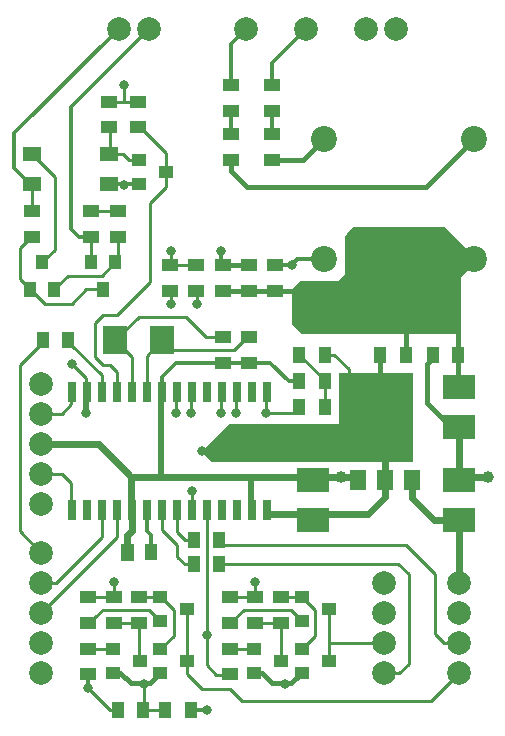
<source format=gbr>
%FSLAX34Y34*%
%MOMM*%
%LNCOPPER_TOP*%
G71*
G01*
%ADD10R, 0.70X1.80*%
%ADD11C, 2.00*%
%ADD12R, 1.40X1.70*%
%ADD13R, 4.00X1.70*%
%ADD14R, 1.10X1.40*%
%ADD15C, 0.60*%
%ADD16C, 0.50*%
%ADD17R, 2.80X2.00*%
%ADD18C, 0.25*%
%ADD19C, 0.80*%
%ADD20R, 1.00X1.40*%
%ADD21R, 1.40X1.00*%
%ADD22C, 0.35*%
%ADD23C, 1.00*%
%ADD24R, 2.00X2.40*%
%ADD25C, 0.10*%
%ADD26R, 1.22X1.02*%
%ADD27C, 0.40*%
%ADD28R, 1.02X1.22*%
%ADD29R, 1.60X1.20*%
%ADD30C, 2.00*%
%ADD31C, 2.20*%
%LPD*%
X109937Y-439956D02*
G54D10*
D03*
X122637Y-439956D02*
G54D10*
D03*
X135337Y-439956D02*
G54D10*
D03*
X148037Y-439956D02*
G54D10*
D03*
X160737Y-439956D02*
G54D10*
D03*
X173437Y-439956D02*
G54D10*
D03*
X186137Y-439956D02*
G54D10*
D03*
X198837Y-439956D02*
G54D10*
D03*
X211537Y-439956D02*
G54D10*
D03*
X224237Y-439956D02*
G54D10*
D03*
X109937Y-339987D02*
G54D10*
D03*
X122637Y-339987D02*
G54D10*
D03*
X135337Y-339987D02*
G54D10*
D03*
X148037Y-339987D02*
G54D10*
D03*
X160737Y-339987D02*
G54D10*
D03*
X173437Y-339987D02*
G54D10*
D03*
X186137Y-339987D02*
G54D10*
D03*
X198837Y-339987D02*
G54D10*
D03*
X211537Y-339987D02*
G54D10*
D03*
X224237Y-339987D02*
G54D10*
D03*
X59137Y-439956D02*
G54D10*
D03*
X71837Y-439956D02*
G54D10*
D03*
X84537Y-439956D02*
G54D10*
D03*
X97237Y-439956D02*
G54D10*
D03*
X59137Y-339987D02*
G54D10*
D03*
X71837Y-339987D02*
G54D10*
D03*
X84537Y-339987D02*
G54D10*
D03*
X97237Y-339987D02*
G54D10*
D03*
X33378Y-358494D02*
G54D11*
D03*
X33378Y-383894D02*
G54D11*
D03*
X33378Y-409294D02*
G54D11*
D03*
X33378Y-434694D02*
G54D11*
D03*
X33378Y-333094D02*
G54D11*
D03*
X301619Y-414638D02*
G54D12*
D03*
X324619Y-414638D02*
G54D12*
D03*
X347619Y-414638D02*
G54D12*
D03*
X324619Y-349638D02*
G54D13*
D03*
G36*
X100939Y-468770D02*
X111939Y-468769D01*
X111939Y-482769D01*
X100939Y-482770D01*
X100939Y-468770D01*
G37*
X126464Y-475769D02*
G54D14*
D03*
G54D15*
X109656Y-435375D02*
X109656Y-424262D01*
X109656Y-411562D01*
X301743Y-411562D01*
G54D16*
X211256Y-436962D02*
X211256Y-411562D01*
X263436Y-414418D02*
G54D17*
D03*
X263436Y-447968D02*
G54D17*
D03*
G54D15*
X223956Y-443312D02*
X310475Y-443312D01*
X324762Y-429025D01*
X324762Y-413150D01*
G54D18*
X33487Y-409181D02*
X50950Y-409181D01*
X58887Y-417118D01*
X58887Y-435375D01*
G54D18*
X33487Y-358381D02*
X50950Y-358381D01*
X58887Y-350444D01*
X58887Y-335362D01*
G54D18*
X223956Y-357587D02*
X223956Y-344887D01*
G54D16*
X135087Y-344887D02*
X135087Y-411562D01*
X71556Y-357587D02*
G54D19*
D03*
G54D15*
X169218Y-390131D02*
X324793Y-390131D01*
G54D15*
X324793Y-413944D02*
X324793Y-349650D01*
X169187Y-390131D02*
G54D19*
D03*
G54D16*
X71587Y-357587D02*
X71587Y-343300D01*
X273622Y-353024D02*
G54D20*
D03*
X252010Y-353024D02*
G54D20*
D03*
X273622Y-330799D02*
G54D20*
D03*
X252010Y-330799D02*
G54D20*
D03*
X273622Y-308574D02*
G54D20*
D03*
X252010Y-308574D02*
G54D20*
D03*
G54D18*
X223987Y-357587D02*
X251768Y-357587D01*
X209291Y-315323D02*
G54D21*
D03*
X209291Y-293710D02*
G54D21*
D03*
X187066Y-315323D02*
G54D21*
D03*
X187066Y-293710D02*
G54D21*
D03*
X223987Y-357587D02*
G54D19*
D03*
G54D18*
X273622Y-353024D02*
X273622Y-330186D01*
X252010Y-308574D01*
G54D22*
X135337Y-339987D02*
X135337Y-327419D01*
X147638Y-315118D01*
X227012Y-315118D01*
X242888Y-330994D01*
X251816Y-330994D01*
X252010Y-330799D01*
G54D18*
X141431Y-304418D02*
X196995Y-304418D01*
X205322Y-296092D01*
X387261Y-414418D02*
G54D17*
D03*
X387261Y-447968D02*
G54D17*
D03*
X411281Y-411562D02*
G54D23*
D03*
G54D15*
X387261Y-447968D02*
X366212Y-447968D01*
X347662Y-429418D01*
X347662Y-414681D01*
X347619Y-414638D01*
G54D15*
X411281Y-411562D02*
X390117Y-411562D01*
X387261Y-414418D01*
X96044Y-296069D02*
G54D24*
D03*
X135731Y-296069D02*
G54D24*
D03*
G54D18*
X187066Y-293710D02*
X173060Y-293710D01*
X155575Y-276225D01*
X115888Y-276225D01*
X96044Y-296069D01*
G54D18*
X109937Y-339987D02*
X109937Y-309962D01*
X96044Y-296069D01*
G54D18*
X122637Y-339987D02*
X122637Y-309163D01*
X135731Y-296069D01*
G36*
X323850Y-398462D02*
X177519Y-398462D01*
X169187Y-390131D01*
X169187Y-389613D01*
X192088Y-366712D01*
X285750Y-366712D01*
X285750Y-323850D01*
X347662Y-323850D01*
X347662Y-398462D01*
X322262Y-398462D01*
X323850Y-398462D01*
G37*
G54D25*
X323850Y-398462D02*
X177519Y-398462D01*
X169187Y-390131D01*
X169187Y-389613D01*
X192088Y-366712D01*
X285750Y-366712D01*
X285750Y-323850D01*
X347662Y-323850D01*
X347662Y-398462D01*
X322262Y-398462D01*
X323850Y-398462D01*
X287456Y-411562D02*
G54D23*
D03*
G54D18*
X273622Y-308574D02*
X281586Y-308574D01*
X293688Y-320675D01*
X293688Y-325438D01*
X276975Y-567758D02*
G54D26*
D03*
X254075Y-577958D02*
G54D26*
D03*
X254075Y-557558D02*
G54D26*
D03*
X276974Y-524088D02*
G54D26*
D03*
X254074Y-513888D02*
G54D26*
D03*
X254074Y-534288D02*
G54D26*
D03*
X236493Y-567745D02*
G54D26*
D03*
X213593Y-557545D02*
G54D26*
D03*
X213593Y-577945D02*
G54D26*
D03*
X214587Y-535295D02*
G54D21*
D03*
X214587Y-513683D02*
G54D21*
D03*
X236018Y-535295D02*
G54D21*
D03*
X236018Y-513683D02*
G54D21*
D03*
G54D27*
X210418Y-577945D02*
X220112Y-577945D01*
X228902Y-586735D01*
X244504Y-586735D01*
X254075Y-577958D01*
G54D18*
X215381Y-535295D02*
X236018Y-535295D01*
X236018Y-566632D01*
X234906Y-567745D01*
G54D18*
X236018Y-513683D02*
X254275Y-513683D01*
X265415Y-524823D01*
X265415Y-546218D01*
X254075Y-557558D01*
X193156Y-535295D02*
G54D21*
D03*
X193156Y-513683D02*
G54D21*
D03*
G54D18*
X214587Y-513683D02*
X193156Y-513683D01*
G54D18*
X254074Y-534288D02*
X254074Y-534120D01*
X244778Y-524823D01*
X205216Y-524823D01*
X193156Y-535295D01*
G54D18*
X276974Y-524088D02*
X276975Y-567758D01*
X387390Y-501369D02*
G54D11*
D03*
X387390Y-526769D02*
G54D11*
D03*
X387390Y-552169D02*
G54D11*
D03*
X387390Y-577569D02*
G54D11*
D03*
G36*
X80884Y-247009D02*
X91084Y-247009D01*
X91085Y-259209D01*
X80885Y-259209D01*
X80884Y-247009D01*
G37*
X75784Y-230209D02*
G54D28*
D03*
X96185Y-230209D02*
G54D28*
D03*
X34391Y-230209D02*
G54D28*
D03*
G36*
X19091Y-247010D02*
X29291Y-247009D01*
X29292Y-259209D01*
X19092Y-259210D01*
X19091Y-247010D01*
G37*
G36*
X39492Y-247009D02*
X49692Y-247009D01*
X49692Y-259209D01*
X39492Y-259209D01*
X39492Y-247009D01*
G37*
X90474Y-163904D02*
G54D29*
D03*
X90474Y-138504D02*
G54D29*
D03*
X25387Y-138504D02*
G54D29*
D03*
X25387Y-163904D02*
G54D29*
D03*
X138924Y-154015D02*
G54D26*
D03*
X116024Y-143815D02*
G54D26*
D03*
X116024Y-164215D02*
G54D26*
D03*
G54D22*
X116024Y-164215D02*
X90786Y-164215D01*
X90474Y-163904D01*
X114969Y-115678D02*
G54D21*
D03*
X114969Y-94066D02*
G54D21*
D03*
G54D18*
X91418Y-139053D02*
X91418Y-113748D01*
X91434Y-113731D01*
G54D18*
X90474Y-138504D02*
X102251Y-138504D01*
X107415Y-143668D01*
X115877Y-143668D01*
X116024Y-143815D01*
G54D18*
X96185Y-230209D02*
X96185Y-230304D01*
X84793Y-241696D01*
X56005Y-241696D01*
X44592Y-253109D01*
X25276Y-208547D02*
G54D21*
D03*
X25276Y-186935D02*
G54D21*
D03*
G54D18*
X25276Y-186935D02*
X25276Y-164015D01*
X25387Y-163904D01*
G54D18*
X25276Y-208547D02*
X25074Y-208547D01*
X15340Y-218280D01*
X15340Y-244258D01*
X24192Y-253109D01*
G54D18*
X34392Y-230209D02*
X34392Y-230185D01*
X44709Y-219868D01*
X44709Y-157826D01*
X25387Y-138504D01*
X75282Y-208547D02*
G54D21*
D03*
X75282Y-186935D02*
G54D21*
D03*
X98301Y-208547D02*
G54D21*
D03*
X98301Y-186935D02*
G54D21*
D03*
G54D18*
X75784Y-230209D02*
X75784Y-209050D01*
X75282Y-208547D01*
G54D18*
X98301Y-208547D02*
X98301Y-228093D01*
X96185Y-230209D01*
G54D18*
X98301Y-186935D02*
X75282Y-186935D01*
X323890Y-501369D02*
G54D30*
D03*
X323890Y-526769D02*
G54D30*
D03*
X323890Y-552169D02*
G54D30*
D03*
X323890Y-577569D02*
G54D30*
D03*
G54D15*
X387390Y-501369D02*
X387390Y-454447D01*
X387261Y-454318D01*
X193156Y-578952D02*
G54D21*
D03*
X193156Y-557339D02*
G54D21*
D03*
G54D18*
X213593Y-557545D02*
X193362Y-557545D01*
X193156Y-557339D01*
X157119Y-567758D02*
G54D26*
D03*
X134219Y-577958D02*
G54D26*
D03*
X134219Y-557558D02*
G54D26*
D03*
X157118Y-524088D02*
G54D26*
D03*
X134218Y-513888D02*
G54D26*
D03*
X134218Y-534288D02*
G54D26*
D03*
X116637Y-567745D02*
G54D26*
D03*
X93737Y-557545D02*
G54D26*
D03*
X93737Y-577945D02*
G54D26*
D03*
X94731Y-535295D02*
G54D21*
D03*
X94731Y-513683D02*
G54D21*
D03*
X116162Y-535295D02*
G54D21*
D03*
X116162Y-513683D02*
G54D21*
D03*
G54D27*
X90562Y-577945D02*
X100256Y-577945D01*
X109046Y-586735D01*
X125442Y-586735D01*
X134219Y-577958D01*
G54D18*
X95525Y-535295D02*
X116162Y-535295D01*
X116162Y-566632D01*
X115050Y-567745D01*
G54D18*
X116162Y-513683D02*
X134418Y-513683D01*
X145559Y-524823D01*
X145559Y-546218D01*
X134219Y-557558D01*
X73300Y-535295D02*
G54D21*
D03*
X73300Y-513683D02*
G54D21*
D03*
G54D18*
X94731Y-513683D02*
X73300Y-513683D01*
G54D18*
X134218Y-534288D02*
X134218Y-534120D01*
X124921Y-524823D01*
X85360Y-524823D01*
X73300Y-535295D01*
X73300Y-578952D02*
G54D21*
D03*
X73300Y-557339D02*
G54D21*
D03*
G54D18*
X93737Y-557545D02*
X73505Y-557545D01*
X73300Y-557339D01*
X214462Y-501256D02*
G54D19*
D03*
X94606Y-501256D02*
G54D19*
D03*
X33378Y-501369D02*
G54D11*
D03*
X33378Y-526769D02*
G54D11*
D03*
X33378Y-552169D02*
G54D11*
D03*
X33378Y-577569D02*
G54D11*
D03*
G54D18*
X94606Y-501256D02*
X94606Y-513014D01*
X93937Y-513683D01*
G54D18*
X214462Y-501256D02*
X214462Y-513558D01*
X214587Y-513683D01*
X183929Y-464943D02*
G54D20*
D03*
X162316Y-464943D02*
G54D20*
D03*
X183929Y-485580D02*
G54D20*
D03*
X162316Y-485580D02*
G54D20*
D03*
G54D18*
X173437Y-446306D02*
X173437Y-571106D01*
X181769Y-579438D01*
X192670Y-579438D01*
X193156Y-578952D01*
G54D18*
X148037Y-439956D02*
X148037Y-458393D01*
X154781Y-465138D01*
X162122Y-465138D01*
X162316Y-464943D01*
G54D18*
X135337Y-439956D02*
X135337Y-456806D01*
X148431Y-469900D01*
X148431Y-479425D01*
X154781Y-485775D01*
X162122Y-485775D01*
X162316Y-485580D01*
X160853Y-423468D02*
G54D19*
D03*
G54D18*
X160737Y-439956D02*
X160737Y-423584D01*
X160853Y-423468D01*
G54D18*
X183929Y-485580D02*
X335562Y-485580D01*
X344488Y-494506D01*
X344488Y-569912D01*
X336550Y-577850D01*
X324171Y-577850D01*
X323890Y-577569D01*
G54D18*
X183929Y-464943D02*
X183929Y-467298D01*
X186531Y-469900D01*
X342106Y-469900D01*
X366712Y-494506D01*
X366712Y-544512D01*
X374650Y-552450D01*
X387109Y-552450D01*
X387390Y-552169D01*
G54D18*
X323890Y-552169D02*
X277299Y-552169D01*
X277019Y-552450D01*
X120006Y-586981D02*
G54D19*
D03*
X239862Y-586981D02*
G54D19*
D03*
X73175Y-590950D02*
G54D19*
D03*
G54D18*
X97237Y-439956D02*
X97237Y-462910D01*
X33378Y-526769D01*
G54D18*
X84537Y-439956D02*
X84537Y-463150D01*
X46038Y-501650D01*
X33658Y-501650D01*
X33378Y-501369D01*
X387261Y-335837D02*
G54D17*
D03*
X387261Y-369387D02*
G54D17*
D03*
X341885Y-308574D02*
G54D20*
D03*
X320272Y-308574D02*
G54D20*
D03*
X386335Y-308574D02*
G54D20*
D03*
X364722Y-308574D02*
G54D20*
D03*
G54D27*
X364722Y-308574D02*
X364722Y-311552D01*
X360362Y-315912D01*
X360362Y-349250D01*
X377031Y-365919D01*
G54D27*
X320272Y-308574D02*
X320272Y-330591D01*
X320675Y-330994D01*
G54D15*
X387261Y-414418D02*
X387261Y-369387D01*
X400050Y-227806D02*
G54D31*
D03*
X273050Y-227806D02*
G54D31*
D03*
X400050Y-125412D02*
G54D31*
D03*
X273050Y-125412D02*
G54D31*
D03*
G54D27*
X386335Y-308574D02*
X386335Y-241521D01*
X400050Y-227806D01*
X231256Y-254308D02*
G54D21*
D03*
X231256Y-232695D02*
G54D21*
D03*
X245387Y-232572D02*
G54D19*
D03*
X198587Y-357587D02*
G54D19*
D03*
X185887Y-357587D02*
G54D19*
D03*
G54D27*
X187133Y-254308D02*
X386248Y-254308D01*
G54D27*
X341885Y-308574D02*
X341885Y-270096D01*
G54D27*
X386335Y-308574D02*
X386335Y-334911D01*
X387261Y-335837D01*
X209031Y-254308D02*
G54D21*
D03*
X209031Y-232695D02*
G54D21*
D03*
G54D27*
X209031Y-232695D02*
X187133Y-232695D01*
X228875Y-143183D02*
G54D21*
D03*
X228875Y-121570D02*
G54D21*
D03*
X193950Y-143183D02*
G54D21*
D03*
X193950Y-121570D02*
G54D21*
D03*
G54D27*
X228875Y-143183D02*
X255280Y-143183D01*
X273050Y-125412D01*
G54D27*
X193950Y-143183D02*
X193950Y-152675D01*
X207962Y-166688D01*
X358775Y-166688D01*
X400050Y-125412D01*
X103090Y-80209D02*
G54D19*
D03*
G54D18*
X97237Y-339987D02*
X97237Y-323456D01*
X91281Y-317500D01*
X85725Y-317500D01*
X78581Y-310356D01*
X78581Y-281781D01*
X85725Y-274638D01*
X97631Y-274638D01*
X125412Y-246856D01*
X125412Y-180181D01*
X138906Y-166688D01*
X138924Y-154015D01*
G54D22*
X73175Y-590950D02*
X73175Y-579077D01*
X73300Y-578952D01*
G54D18*
X198587Y-357587D02*
X198587Y-340237D01*
X198837Y-339987D01*
G54D18*
X185887Y-357587D02*
X185887Y-340237D01*
X186137Y-339987D01*
G54D18*
X85984Y-253109D02*
X71535Y-253109D01*
X59531Y-265112D01*
X36195Y-265112D01*
X24192Y-253109D01*
X91157Y-115678D02*
G54D21*
D03*
X91157Y-94066D02*
G54D21*
D03*
G54D18*
X138924Y-154015D02*
X138924Y-137337D01*
X119856Y-118269D01*
G54D18*
X114969Y-94066D02*
X91157Y-94066D01*
G54D18*
X103090Y-80209D02*
X103090Y-93566D01*
X103188Y-93662D01*
X187133Y-254308D02*
G54D21*
D03*
X187133Y-232695D02*
G54D21*
D03*
G36*
X386556Y-288925D02*
X254000Y-288925D01*
X247650Y-282575D01*
X247650Y-254000D01*
X253206Y-247650D01*
X285750Y-247650D01*
X292100Y-241300D01*
X292100Y-208756D01*
X298450Y-202406D01*
X374650Y-202406D01*
X400050Y-227806D01*
X386335Y-241521D01*
X386556Y-288925D01*
G37*
G54D22*
X386556Y-288925D02*
X254000Y-288925D01*
X247650Y-282575D01*
X247650Y-254000D01*
X253206Y-247650D01*
X285750Y-247650D01*
X292100Y-241300D01*
X292100Y-208756D01*
X298450Y-202406D01*
X374650Y-202406D01*
X400050Y-227806D01*
X386335Y-241521D01*
X386556Y-288925D01*
X33378Y-475969D02*
G54D11*
D03*
X308364Y-32458D02*
G54D11*
D03*
X333764Y-32458D02*
G54D11*
D03*
X257565Y-32458D02*
G54D11*
D03*
X206765Y-32458D02*
G54D11*
D03*
X124215Y-32458D02*
G54D11*
D03*
X98815Y-32458D02*
G54D11*
D03*
G54D22*
X75282Y-208547D02*
X65113Y-208547D01*
X58334Y-201768D01*
X58334Y-98340D01*
X124215Y-32458D01*
G54D22*
X25387Y-163904D02*
X23645Y-163904D01*
X10428Y-150687D01*
X10428Y-120845D01*
X98815Y-32458D01*
G54D22*
X122637Y-439956D02*
X122637Y-457600D01*
X126206Y-461169D01*
X126206Y-475511D01*
X126464Y-475769D01*
G54D15*
X109937Y-439956D02*
X109937Y-457594D01*
X106362Y-461169D01*
X106362Y-475693D01*
X106439Y-475769D01*
G54D22*
X193950Y-80295D02*
X193950Y-45273D01*
X206765Y-32458D01*
G54D22*
X228875Y-80295D02*
X228875Y-61148D01*
X257565Y-32458D01*
X119635Y-609405D02*
G54D20*
D03*
X98022Y-609405D02*
G54D20*
D03*
X160116Y-609405D02*
G54D20*
D03*
X138504Y-609405D02*
G54D20*
D03*
G54D18*
X120006Y-590950D02*
X120006Y-609034D01*
X119635Y-609405D01*
X138504Y-609405D01*
G54D18*
X98022Y-609405D02*
X91630Y-609405D01*
X73175Y-590950D01*
G54D18*
X387390Y-577569D02*
X363297Y-601662D01*
X203200Y-601662D01*
X192881Y-591344D01*
X169862Y-591344D01*
X157162Y-578644D01*
X157162Y-524133D01*
X157118Y-524088D01*
X173584Y-546103D02*
G54D19*
D03*
X173584Y-609603D02*
G54D19*
D03*
G54D22*
X173584Y-609603D02*
X160314Y-609603D01*
X160116Y-609405D01*
X228875Y-101908D02*
G54D21*
D03*
X228875Y-80295D02*
G54D21*
D03*
X193950Y-101908D02*
G54D21*
D03*
X193950Y-80295D02*
G54D21*
D03*
G54D22*
X193950Y-101908D02*
X193950Y-121570D01*
G54D22*
X228875Y-101908D02*
X228875Y-121570D01*
X164420Y-254164D02*
G54D21*
D03*
X164420Y-232552D02*
G54D21*
D03*
X142194Y-254164D02*
G54D21*
D03*
X142195Y-232552D02*
G54D21*
D03*
X142993Y-265909D02*
G54D19*
D03*
X165218Y-265909D02*
G54D19*
D03*
X185856Y-220665D02*
G54D19*
D03*
G54D22*
X273050Y-227806D02*
X250152Y-227806D01*
X245387Y-232572D01*
X231380Y-232572D01*
X231256Y-232695D01*
X160487Y-357587D02*
G54D19*
D03*
X147787Y-357587D02*
G54D19*
D03*
G54D18*
X160487Y-357587D02*
X160487Y-340237D01*
X160737Y-339987D01*
G54D18*
X147787Y-357587D02*
X147787Y-340237D01*
X148037Y-339987D01*
G54D18*
X142993Y-265909D02*
X142988Y-254164D01*
G54D18*
X165218Y-265909D02*
X165213Y-254164D01*
X142993Y-220665D02*
G54D19*
D03*
G54D18*
X142993Y-220665D02*
X142993Y-231753D01*
X142195Y-232552D01*
G54D18*
X164420Y-232552D02*
X142195Y-232552D01*
X103090Y-164346D02*
G54D19*
D03*
X56135Y-295874D02*
G54D20*
D03*
X34522Y-295874D02*
G54D20*
D03*
G54D18*
X84537Y-339987D02*
X84537Y-325837D01*
X58738Y-300038D01*
G54D18*
X33378Y-475969D02*
X33057Y-475969D01*
X15081Y-457994D01*
X15081Y-317500D01*
X32544Y-300038D01*
G54D22*
X185856Y-220665D02*
X185856Y-231418D01*
X187133Y-232695D01*
X59434Y-315952D02*
G54D19*
D03*
G54D18*
X71587Y-343300D02*
X71587Y-328105D01*
X59434Y-315952D01*
G54D15*
X33378Y-383894D02*
X81988Y-383894D01*
X109656Y-411562D01*
M02*

</source>
